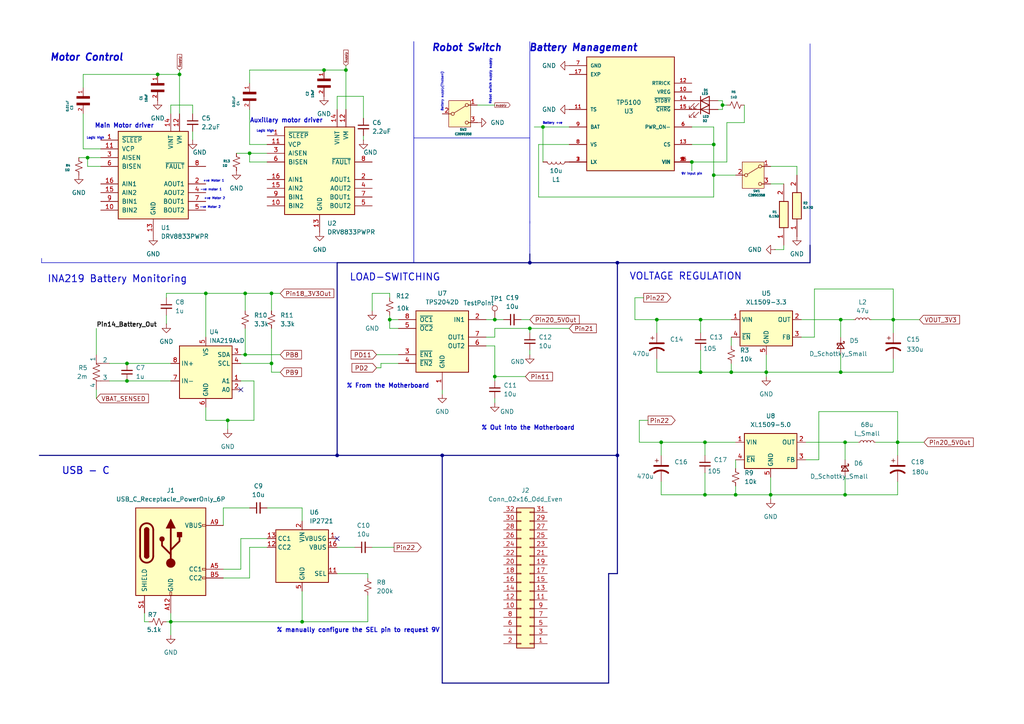
<source format=kicad_sch>
(kicad_sch (version 20250114) (generator "eeschema") (generator_version "9.0")
  (paper "A4")
  (title_block (title "Power Subsystem Board") (date "2025-03-24") (company "UCT") (comment 3 "Batsirai Rwatirera") (comment 4 "Thobani Blose"))
  (lib_symbols
    (symbol "0603B103K500NT:0603B103K500NT" (pin_names (offset 1.016))
      (property "Reference" "C" (at 0 3.8109 0))
      (property "Value" "0603B103K500NT" (at 0 -5.0885 0))
      (symbol "0603B103K500NT_0_0"
        (pin passive line (at -2.54 0 0) (length 2.54) (name "~") (number "1"))
        (pin passive line (at 5.08 0 180) (length 2.54) (name "~") (number "2"))
      )
    )
    (symbol "0603WAF1001T5E:0603WAF1001T5E" (pin_names (hide yes))
      (property "Reference" "R" (at 13.97 6.35 0))
      (property "Value" "0603WAF1001T5E" (at 13.97 3.81 0))
      (symbol "0603WAF1001T5E_1_1"
        (pin passive line (at 0 0 0) (length 5.08) (name "1") (number "1"))
        (pin passive line (at 17.78 0 180) (length 5.08) (name "2") (number "2"))
      )
    )
    (symbol "CL21A106KAYNNNE:CL21A106KAYNNNE" (pin_names (offset 1.016))
      (property "Reference" "C" (at 0 3.8109 0))
      (property "Value" "CL21A106KAYNNNE" (at 0 -5.0885 0))
      (symbol "CL21A106KAYNNNE_0_0"
        (pin passive line (at -2.54 0 0) (length 2.54) (name "~") (number "1"))
        (pin passive line (at 5.08 0 180) (length 2.54) (name "~") (number "2"))
      )
    )
    (symbol "Connector:TestPoint" (pin_numbers (hide yes)) (pin_names (offset 0.762) (hide yes))
      (property "Reference" "TP" (at 0 6.858 0))
      (property "Value" "TestPoint" (at 0 5.08 0))
      (symbol "TestPoint_1_1"
        (pin passive line (at 0 0 90) (length 2.54) (name "1") (number "1"))
      )
    )
    (symbol "Connector:USB_C_Receptacle_PowerOnly_6P" (pin_names (offset 1.016))
      (property "Reference" "J" (at 0 16.51 0))
      (property "Value" "USB_C_Receptacle_PowerOnly_6P" (at 0 13.97 0))
      (symbol "USB_C_Receptacle_PowerOnly_6P_1_1"
        (pin passive line (at -7.62 -17.78 90) (length 5.08) (name "SHIELD") (number "S1"))
        (pin passive line (at 0 -17.78 90) (length 5.08) (name "GND") (number "A12"))
        (pin passive line (at 0 -17.78 90) (length 5.08) (hide yes) (name "GND") (number "B12"))
        (pin passive line (at 15.24 7.62 180) (length 5.08) (name "VBUS") (number "A9"))
        (pin passive line (at 15.24 7.62 180) (length 5.08) (hide yes) (name "VBUS") (number "B9"))
        (pin bidirectional line (at 15.24 -5.08 180) (length 5.08) (name "CC1") (number "A5"))
        (pin bidirectional line (at 15.24 -7.62 180) (length 5.08) (name "CC2") (number "B5"))
      )
    )
    (symbol "Connector_Generic:Conn_02x16_Odd_Even" (pin_names (offset 1.016) (hide yes))
      (property "Reference" "J" (at 1.27 20.32 0))
      (property "Value" "Conn_02x16_Odd_Even" (at 1.27 -22.86 0))
      (symbol "Conn_02x16_Odd_Even_1_1"
        (pin passive line (at -5.08 17.78 0) (length 3.81) (name "Pin_1") (number "1"))
        (pin passive line (at -5.08 15.24 0) (length 3.81) (name "Pin_3") (number "3"))
        (pin passive line (at -5.08 12.7 0) (length 3.81) (name "Pin_5") (number "5"))
        (pin passive line (at -5.08 10.16 0) (length 3.81) (name "Pin_7") (number "7"))
        (pin passive line (at -5.08 7.62 0) (length 3.81) (name "Pin_9") (number "9"))
        (pin passive line (at -5.08 5.08 0) (length 3.81) (name "Pin_11") (number "11"))
        (pin passive line (at -5.08 2.54 0) (length 3.81) (name "Pin_13") (number "13"))
        (pin passive line (at -5.08 0 0) (length 3.81) (name "Pin_15") (number "15"))
        (pin passive line (at -5.08 -2.54 0) (length 3.81) (name "Pin_17") (number "17"))
        (pin passive line (at -5.08 -5.08 0) (length 3.81) (name "Pin_19") (number "19"))
        (pin passive line (at -5.08 -7.62 0) (length 3.81) (name "Pin_21") (number "21"))
        (pin passive line (at -5.08 -10.16 0) (length 3.81) (name "Pin_23") (number "23"))
        (pin passive line (at -5.08 -12.7 0) (length 3.81) (name "Pin_25") (number "25"))
        (pin passive line (at -5.08 -15.24 0) (length 3.81) (name "Pin_27") (number "27"))
        (pin passive line (at -5.08 -17.78 0) (length 3.81) (name "Pin_29") (number "29"))
        (pin passive line (at -5.08 -20.32 0) (length 3.81) (name "Pin_31") (number "31"))
        (pin passive line (at 7.62 17.78 180) (length 3.81) (name "Pin_2") (number "2"))
        (pin passive line (at 7.62 15.24 180) (length 3.81) (name "Pin_4") (number "4"))
        (pin passive line (at 7.62 12.7 180) (length 3.81) (name "Pin_6") (number "6"))
        (pin passive line (at 7.62 10.16 180) (length 3.81) (name "Pin_8") (number "8"))
        (pin passive line (at 7.62 7.62 180) (length 3.81) (name "Pin_10") (number "10"))
        (pin passive line (at 7.62 5.08 180) (length 3.81) (name "Pin_12") (number "12"))
        (pin passive line (at 7.62 2.54 180) (length 3.81) (name "Pin_14") (number "14"))
        (pin passive line (at 7.62 0 180) (length 3.81) (name "Pin_16") (number "16"))
        (pin passive line (at 7.62 -2.54 180) (length 3.81) (name "Pin_18") (number "18"))
        (pin passive line (at 7.62 -5.08 180) (length 3.81) (name "Pin_20") (number "20"))
        (pin passive line (at 7.62 -7.62 180) (length 3.81) (name "Pin_22") (number "22"))
        (pin passive line (at 7.62 -10.16 180) (length 3.81) (name "Pin_24") (number "24"))
        (pin passive line (at 7.62 -12.7 180) (length 3.81) (name "Pin_26") (number "26"))
        (pin passive line (at 7.62 -15.24 180) (length 3.81) (name "Pin_28") (number "28"))
        (pin passive line (at 7.62 -17.78 180) (length 3.81) (name "Pin_30") (number "30"))
        (pin passive line (at 7.62 -20.32 180) (length 3.81) (name "Pin_32") (number "32"))
      )
    )
    (symbol "Device:C_Polarized_US" (pin_numbers (hide yes)) (pin_names (offset 0.254) (hide yes))
      (property "Reference" "C" (at 0.635 2.54 0))
      (property "Value" "C_Polarized_US" (at 0.635 -2.54 0))
      (symbol "C_Polarized_US_1_1"
        (pin passive line (at 0 3.81 270) (length 2.794) (name "~") (number "1"))
        (pin passive line (at 0 -3.81 90) (length 3.302) (name "~") (number "2"))
      )
    )
    (symbol "Device:C_Small" (pin_numbers (hide yes)) (pin_names (offset 0.254) (hide yes))
      (property "Reference" "C" (at 0.254 1.778 0))
      (property "Value" "C_Small" (at 0.254 -2.032 0))
      (symbol "C_Small_1_1"
        (pin passive line (at 0 2.54 270) (length 2.032) (name "~") (number "1"))
        (pin passive line (at 0 -2.54 90) (length 2.032) (name "~") (number "2"))
      )
    )
    (symbol "Device:D_Schottky_Small" (pin_numbers (hide yes)) (pin_names (offset 0.254) (hide yes))
      (property "Reference" "D" (at -1.27 2.032 0))
      (property "Value" "D_Schottky_Small" (at -7.112 -2.032 0))
      (symbol "D_Schottky_Small_1_1"
        (pin passive line (at -2.54 0 0) (length 1.778) (name "K") (number "1"))
        (pin passive line (at 2.54 0 180) (length 1.778) (name "A") (number "2"))
      )
    )
    (symbol "Device:L" (pin_numbers (hide yes)) (pin_names (offset 1.016) (hide yes))
      (property "Reference" "L" (at -1.27 0 90))
      (property "Value" "L" (at 1.905 0 90))
      (symbol "L_1_1"
        (pin passive line (at 0 3.81 270) (length 1.27) (name "1") (number "1"))
        (pin passive line (at 0 -3.81 90) (length 1.27) (name "2") (number "2"))
      )
    )
    (symbol "Device:LED" (pin_numbers (hide yes)) (pin_names (offset 1.016) (hide yes))
      (property "Reference" "D" (at 0 2.54 0))
      (property "Value" "LED" (at 0 -2.54 0))
      (symbol "LED_1_1"
        (pin passive line (at -3.81 0 0) (length 2.54) (name "K") (number "1"))
        (pin passive line (at 3.81 0 180) (length 2.54) (name "A") (number "2"))
      )
    )
    (symbol "Device:L_Small" (pin_numbers (hide yes)) (pin_names (offset 0.254) (hide yes))
      (property "Reference" "L" (at 0.762 1.016 0))
      (property "Value" "L_Small" (at 0.762 -1.016 0))
      (symbol "L_Small_1_1"
        (pin passive line (at 0 2.54 270) (length 0.508) (name "~") (number "1"))
        (pin passive line (at 0 -2.54 90) (length 0.508) (name "~") (number "2"))
      )
    )
    (symbol "Device:R_Shunt_US" (pin_numbers (hide yes)) (pin_names (offset 0))
      (property "Reference" "R" (at -5.08 0 90))
      (property "Value" "R_Shunt_US" (at -3.048 0 90))
      (symbol "R_Shunt_US_1_1"
        (pin passive line (at 0 5.08 270) (length 2.54) (name "1") (number "1"))
        (pin passive line (at 0 -5.08 90) (length 2.54) (name "4") (number "4"))
        (pin passive line (at 3.81 2.54 180) (length 2.54) (name "2") (number "2"))
        (pin passive line (at 3.81 -2.54 180) (length 2.54) (name "3") (number "3"))
      )
    )
    (symbol "Device:R_Small_US" (pin_numbers (hide yes)) (pin_names (offset 0.254) (hide yes))
      (property "Reference" "R" (at 0.762 0.508 0))
      (property "Value" "R_Small_US" (at 0.762 -1.016 0))
      (symbol "R_Small_US_1_1"
        (pin passive line (at 0 2.54 270) (length 1.016) (name "~") (number "1"))
        (pin passive line (at 0 -2.54 90) (length 1.016) (name "~") (number "2"))
      )
    )
    (symbol "Driver_Motor:DRV8833PWP" (pin_names (offset 1.016))
      (property "Reference" "U" (at -3.81 16.51 0))
      (property "Value" "DRV8833PWP" (at -3.81 13.97 0))
      (symbol "DRV8833PWP_1_1"
        (pin input line (at -15.24 10.16 0) (length 5.08) (name "~{SLEEP}") (number "1"))
        (pin bidirectional line (at -15.24 7.62 0) (length 5.08) (name "VCP") (number "11"))
        (pin bidirectional line (at -15.24 5.08 0) (length 5.08) (name "AISEN") (number "3"))
        (pin bidirectional line (at -15.24 2.54 0) (length 5.08) (name "BISEN") (number "6"))
        (pin input line (at -15.24 -2.54 0) (length 5.08) (name "AIN1") (number "16"))
        (pin input line (at -15.24 -5.08 0) (length 5.08) (name "AIN2") (number "15"))
        (pin input line (at -15.24 -7.62 0) (length 5.08) (name "BIN1") (number "9"))
        (pin input line (at -15.24 -10.16 0) (length 5.08) (name "BIN2") (number "10"))
        (pin power_in line (at 0 -17.78 90) (length 5.08) (name "GND") (number "13"))
        (pin passive line (at 0 -17.78 90) (length 5.08) (hide yes) (name "GND") (number "17"))
        (pin power_in line (at 5.08 17.78 270) (length 5.08) (name "VINT") (number "14"))
        (pin power_in line (at 7.62 17.78 270) (length 5.08) (name "VM") (number "12"))
        (pin open_collector line (at 15.24 2.54 180) (length 5.08) (name "~{FAULT}") (number "8"))
        (pin power_out line (at 15.24 -2.54 180) (length 5.08) (name "AOUT1") (number "2"))
        (pin power_out line (at 15.24 -5.08 180) (length 5.08) (name "AOUT2") (number "4"))
        (pin power_out line (at 15.24 -7.62 180) (length 5.08) (name "BOUT1") (number "7"))
        (pin power_out line (at 15.24 -10.16 180) (length 5.08) (name "BOUT2") (number "5"))
      )
    )
    (symbol "Interface_USB:IP2721"
      (property "Reference" "U" (at 5.08 -10.16 0))
      (property "Value" "IP2721" (at 7.62 -12.7 0))
      (symbol "IP2721_1_1"
        (pin bidirectional line (at -10.16 5.08 0) (length 2.54) (name "CC1") (number "13"))
        (pin bidirectional line (at -10.16 2.54 0) (length 2.54) (name "CC2") (number "12"))
        (pin no_connect line (at -7.62 -2.54 0) (length 2.54) (hide yes) (name "NC") (number "4"))
        (pin no_connect line (at -5.08 7.62 270) (length 2.54) (hide yes) (name "NC") (number "3"))
        (pin no_connect line (at -5.08 -7.62 90) (length 2.54) (hide yes) (name "NC") (number "9"))
        (pin no_connect line (at -2.54 7.62 270) (length 2.54) (hide yes) (name "NC") (number "6"))
        (pin no_connect line (at -2.54 -7.62 90) (length 2.54) (hide yes) (name "NC") (number "10"))
        (pin power_in line (at 0 10.16 270) (length 2.54) (name "VIN") (number "2"))
        (pin power_in line (at 0 -10.16 90) (length 2.54) (name "GND") (number "5"))
        (pin no_connect line (at 2.54 7.62 270) (length 2.54) (hide yes) (name "NC") (number "7"))
        (pin no_connect line (at 2.54 -7.62 90) (length 2.54) (hide yes) (name "NC") (number "14"))
        (pin no_connect line (at 5.08 7.62 270) (length 2.54) (hide yes) (name "NC") (number "8"))
        (pin no_connect line (at 5.08 -7.62 90) (length 2.54) (hide yes) (name "NC") (number "15"))
        (pin output line (at 10.16 5.08 180) (length 2.54) (name "VBUSG") (number "1"))
        (pin input line (at 10.16 2.54 180) (length 2.54) (name "VBUS") (number "16"))
        (pin input line (at 10.16 -5.08 180) (length 2.54) (name "SEL") (number "11"))
      )
    )
    (symbol "Power_Management:TPS2042D" (pin_names (offset 1.016))
      (property "Reference" "U" (at 0 10.795 0))
      (property "Value" "TPS2042D" (at 0 8.89 0))
      (symbol "TPS2042D_1_1"
        (pin open_collector line (at -12.7 5.08 0) (length 5.08) (name "~{OC1}") (number "8"))
        (pin open_collector line (at -12.7 2.54 0) (length 5.08) (name "~{OC2}") (number "5"))
        (pin input line (at -12.7 -5.08 0) (length 5.08) (name "~{EN1}") (number "3"))
        (pin input line (at -12.7 -7.62 0) (length 5.08) (name "~{EN2}") (number "4"))
        (pin power_in line (at 0 -15.24 90) (length 5.08) (name "GND") (number "1"))
        (pin power_in line (at 12.7 5.08 180) (length 5.08) (name "IN1") (number "2"))
        (pin power_out line (at 12.7 0 180) (length 5.08) (name "OUT1") (number "7"))
        (pin power_out line (at 12.7 -2.54 180) (length 5.08) (name "OUT2") (number "6"))
      )
    )
    (symbol "Regulator_Switching:XL1509-3.3"
      (property "Reference" "U" (at -7.112 6.096 0))
      (property "Value" "XL1509-3.3" (at 5.842 6.096 0))
      (symbol "XL1509-3.3_1_1"
        (pin power_in line (at -10.16 2.54 0) (length 2.54) (name "VIN") (number "1"))
        (pin input line (at -10.16 -2.54 0) (length 2.54) (name "~{EN}") (number "4"))
        (pin power_in line (at 0 -7.62 90) (length 2.54) (name "GND") (number "5"))
        (pin passive line (at 0 -7.62 90) (length 2.54) (hide yes) (name "GND") (number "6"))
        (pin passive line (at 0 -7.62 90) (length 2.54) (hide yes) (name "GND") (number "7"))
        (pin passive line (at 0 -7.62 90) (length 2.54) (hide yes) (name "GND") (number "8"))
        (pin power_out line (at 10.16 2.54 180) (length 2.54) (name "OUT") (number "2"))
        (pin input line (at 10.16 -2.54 180) (length 2.54) (name "FB") (number "3"))
      )
    )
    (symbol "Regulator_Switching:XL1509-5.0"
      (property "Reference" "U" (at -7.112 6.096 0))
      (property "Value" "XL1509-5.0" (at 5.842 6.096 0))
      (symbol "XL1509-5.0_1_1"
        (pin power_in line (at -10.16 2.54 0) (length 2.54) (name "VIN") (number "1"))
        (pin input line (at -10.16 -2.54 0) (length 2.54) (name "~{EN}") (number "4"))
        (pin power_in line (at 0 -7.62 90) (length 2.54) (name "GND") (number "5"))
        (pin passive line (at 0 -7.62 90) (length 2.54) (hide yes) (name "GND") (number "6"))
        (pin passive line (at 0 -7.62 90) (length 2.54) (hide yes) (name "GND") (number "7"))
        (pin passive line (at 0 -7.62 90) (length 2.54) (hide yes) (name "GND") (number "8"))
        (pin power_out line (at 10.16 2.54 180) (length 2.54) (name "OUT") (number "2"))
        (pin input line (at 10.16 -2.54 180) (length 2.54) (name "FB") (number "3"))
      )
    )
    (symbol "Sensor_Energy:INA219AxD"
      (property "Reference" "U" (at -6.35 8.89 0))
      (property "Value" "INA219AxD" (at 5.08 8.89 0))
      (symbol "INA219AxD_1_1"
        (pin input line (at -10.16 2.54 0) (length 2.54) (name "IN+") (number "8"))
        (pin input line (at -10.16 -2.54 0) (length 2.54) (name "IN-") (number "7"))
        (pin power_in line (at 0 10.16 270) (length 2.54) (name "VS") (number "5"))
        (pin power_in line (at 0 -10.16 90) (length 2.54) (name "GND") (number "6"))
        (pin bidirectional line (at 10.16 5.08 180) (length 2.54) (name "SDA") (number "3"))
        (pin input line (at 10.16 2.54 180) (length 2.54) (name "SCL") (number "4"))
        (pin input line (at 10.16 -2.54 180) (length 2.54) (name "A1") (number "1"))
        (pin input line (at 10.16 -5.08 180) (length 2.54) (name "A0") (number "2"))
      )
    )
    (symbol "Switch:SW_SPDT" (pin_names (offset 0) (hide yes))
      (property "Reference" "SW" (at 0 5.08 0))
      (property "Value" "SW_SPDT" (at 0 -5.08 0))
      (symbol "SW_SPDT_1_1"
        (pin passive line (at -5.08 0 0) (length 2.54) (name "B") (number "2"))
        (pin passive line (at 5.08 2.54 180) (length 2.54) (name "A") (number "1"))
        (pin passive line (at 5.08 -2.54 180) (length 2.54) (name "C") (number "3"))
      )
    )
    (symbol "TP5100:TP5100" (pin_names (offset 1.016))
      (property "Reference" "U" (at -12.7 15.748 0))
      (property "Value" "TP5100" (at -12.7 -20.32 0))
      (symbol "TP5100_0_0"
        (pin input line (at -17.78 12.7 0) (length 5.08) (name "VIN") (number "1"))
        (pin input line (at -17.78 12.7 0) (length 5.08) (name "VIN") (number "16"))
        (pin input line (at -17.78 12.7 0) (length 5.08) (name "VIN") (number "4"))
        (pin input line (at -17.78 12.7 0) (length 5.08) (name "VIN") (number "5"))
        (pin input line (at -17.78 7.62 0) (length 5.08) (name "CS") (number "13"))
        (pin input line (at -17.78 2.54 0) (length 5.08) (name "PWR_ON-") (number "6"))
        (pin output line (at -17.78 -2.54 0) (length 5.08) (name "~{CHRG}") (number "15"))
        (pin output line (at -17.78 -5.08 0) (length 5.08) (name "~{STDBY}") (number "14"))
        (pin passive line (at -17.78 -7.62 0) (length 5.08) (name "VREG") (number "10"))
        (pin passive line (at -17.78 -10.16 0) (length 5.08) (name "RTRICK") (number "12"))
        (pin output line (at 17.78 12.7 180) (length 5.08) (name "LX") (number "2"))
        (pin output line (at 17.78 12.7 180) (length 5.08) (name "LX") (number "3"))
        (pin output line (at 17.78 7.62 180) (length 5.08) (name "VS") (number "8"))
        (pin output line (at 17.78 2.54 180) (length 5.08) (name "BAT") (number "9"))
        (pin passive line (at 17.78 -2.54 180) (length 5.08) (name "TS") (number "11"))
        (pin passive line (at 17.78 -12.7 180) (length 5.08) (name "EXP") (number "17"))
        (pin power_in line (at 17.78 -15.24 180) (length 5.08) (name "GND") (number "7"))
      )
    )
    (symbol "power:GND" (power) (pin_numbers (hide yes)) (pin_names (offset 0) (hide yes))
      (property "Value" "GND" (at 0 -3.81 0))
      (symbol "GND_1_1"
        (pin power_in line (at 0 0 270) (length 0) (name "~") (number "1"))
      )
    )
  )
  (text "Main Motor driver" (at 36.068 36.576 0) (effects (font (size 1.27 1.27) (thickness 0.254) (bold yes))))
  (text "% manually configure the SEL pin to request 9V" (at 103.886 182.88 0) (effects (font (size 1.27 1.27) (thickness 0.254) (bold yes))))
  (text "Logic high" (at 76.962 38.1 0) (effects (font (size 0.635 0.635))))
  (text "-ve motor 1\n" (at 61.214 55.118 0) (effects (font (size 0.635 0.635))))
  (text "LOAD-SWITCHING" (at 114.554 80.518 0) (effects (font (size 2.032 2.032) (thickness 0.254) (bold yes))))
  (text "% Out into the Motherboard" (at 153.162 124.206 0) (effects (font (size 1.27 1.27) (thickness 0.254) (bold yes))))
  (text "Battery supply(Thobani)\n" (at 128.27 26.67 90) (effects (font (size 0.635 0.635) (bold yes) (italic yes))))
  (text "9V input pin" (at 200.66 50.546 0) (effects (font (size 0.635 0.635))))
  (text "VOLTAGE REGULATION" (at 198.882 80.264 0) (effects (font (size 2.032 2.032) (thickness 0.254) (bold yes))))
  (text "Battery Management\n" (at 169.164 13.97 0) (effects (font (size 2.032 2.032) (bold yes) (italic yes))))
  (text "Robot switch supply supply\n" (at 142.24 23.622 90) (effects (font (size 0.635 0.635))))
  (text "Robot Switch" (at 135.382 13.97 0) (effects (font (size 2.032 2.032) (thickness 0.4064) (bold yes) (italic yes))))
  (text "USB - C" (at 24.892 136.652 0) (effects (font (size 2.032 2.032) (thickness 0.2794) (bold yes))))
  (text "Battery +ve" (at 160.274 35.814 0) (effects (font (size 0.635 0.635))))
  (text "INA219 Battery Monitoring" (at 34.036 81.026 0) (effects (font (size 2.032 2.032) (thickness 0.254) (bold yes))))
  (text "-ve Motor 2\n" (at 60.96 60.198 0) (effects (font (size 0.635 0.635))))
  (text "% From the Motherboard" (at 112.522 112.014 0) (effects (font (size 1.27 1.27) (thickness 0.254) (bold yes))))
  (text "Logic high" (at 27.686 40.132 0) (effects (font (size 0.635 0.635))))
  (text "+ve Motor 2" (at 62.23 57.658 0) (effects (font (size 0.635 0.635))))
  (text "Motor Control" (at 25.146 16.764 0) (effects (font (size 2.032 2.032) (thickness 0.4064) (bold yes) (italic yes))))
  (text "Auxillary motor driver" (at 83.058 35.052 0) (effects (font (size 1.27 1.27) (thickness 0.254) (bold yes))))
  (text "+ve Motor 1\n" (at 61.976 52.578 0) (effects (font (size 0.635 0.635))))
  (junction (at 212.09 107.95))
  (junction (at 223.52 143.51))
  (junction (at 222.25 107.95))
  (junction (at 128.27 132.08))
  (junction (at 52.07 21.59))
  (junction (at 245.11 143.51))
  (junction (at 245.11 128.27))
  (junction (at 97.79 132.08))
  (junction (at 78.74 85.09))
  (junction (at 93.98 20.32))
  (junction (at 260.35 128.27))
  (junction (at 45.72 21.59))
  (junction (at 179.07 76.2))
  (junction (at 113.03 92.71))
  (junction (at 209.55 30.48))
  (junction (at 71.12 85.09))
  (junction (at 143.51 92.71))
  (junction (at 78.74 105.41))
  (junction (at 213.36 143.51))
  (junction (at 153.67 95.25))
  (junction (at 204.47 128.27))
  (junction (at 87.63 180.34))
  (junction (at 36.83 110.49))
  (junction (at 71.12 102.87))
  (junction (at 191.77 128.27))
  (junction (at 143.51 109.22))
  (junction (at 72.39 44.45))
  (junction (at 243.84 107.95))
  (junction (at 59.69 85.09))
  (junction (at 179.07 132.08))
  (junction (at 207.01 50.8))
  (junction (at 203.2 107.95))
  (junction (at 49.53 180.34))
  (junction (at 36.83 105.41))
  (junction (at 157.48 36.83))
  (junction (at 66.04 121.92))
  (junction (at 25.4 45.72))
  (junction (at 153.67 76.2))
  (junction (at 207.01 41.91))
  (junction (at 200.66 46.99))
  (junction (at 259.08 92.71))
  (junction (at 243.84 92.71))
  (junction (at 203.2 92.71))
  (junction (at 100.33 20.32))
  (junction (at 204.47 143.51))
  (junction (at 190.5 92.71))
  (no_connect (at 69.85 113.03))
  (no_connect (at 97.79 156.21))
  (wire (pts (xy 233.68 128.27) (xy 245.11 128.27)))
  (wire (pts (xy 55.88 30.48) (xy 55.88 33.02)))
  (wire (pts (xy 203.2 107.95) (xy 212.09 107.95)))
  (wire (pts (xy 105.41 27.94) (xy 105.41 34.29)))
  (wire (pts (xy 24.13 21.59) (xy 24.13 25.4)))
  (bus (pts (xy 97.79 76.2) (xy 153.67 76.2)))
  (wire (pts (xy 115.57 95.25) (xy 113.03 95.25)))
  (wire (pts (xy 31.75 105.41) (xy 36.83 105.41)))
  (wire (pts (xy 143.51 110.49) (xy 143.51 109.22)))
  (wire (pts (xy 143.51 109.22) (xy 152.4 109.22)))
  (wire (pts (xy 27.94 113.03) (xy 27.94 115.57)))
  (bus (pts (xy 179.07 76.2) (xy 234.95 76.2)))
  (polyline (pts (xy 234.95 12.7) (xy 234.95 71.12)))
  (wire (pts (xy 72.39 31.75) (xy 72.39 41.91)))
  (polyline (pts (xy 120.015 40.005) (xy 120.015 39.37)))
  (wire (pts (xy 25.4 48.26) (xy 29.21 48.26)))
  (wire (pts (xy 223.52 48.26) (xy 231.14 48.26)))
  (wire (pts (xy 207.01 57.15) (xy 207.01 50.8)))
  (wire (pts (xy 72.39 20.32) (xy 72.39 24.13)))
  (wire (pts (xy 157.48 36.83) (xy 154.94 36.83)))
  (wire (pts (xy 213.36 128.27) (xy 204.47 128.27)))
  (wire (pts (xy 45.72 21.59) (xy 52.07 21.59)))
  (wire (pts (xy 71.12 85.09) (xy 78.74 85.09)))
  (wire (pts (xy 215.9 35.56) (xy 210.82 35.56)))
  (wire (pts (xy 203.2 101.6) (xy 203.2 107.95)))
  (wire (pts (xy 128.27 113.03) (xy 128.27 114.3)))
  (wire (pts (xy 78.74 95.25) (xy 78.74 105.41)))
  (wire (pts (xy 97.79 158.75) (xy 102.87 158.75)))
  (wire (pts (xy 41.91 180.34) (xy 43.18 180.34)))
  (wire (pts (xy 113.03 91.44) (xy 113.03 92.71)))
  (wire (pts (xy 68.58 44.45) (xy 72.39 44.45)))
  (wire (pts (xy 113.03 95.25) (xy 113.03 92.71)))
  (wire (pts (xy 110.49 105.41) (xy 115.57 105.41)))
  (polyline (pts (xy 120.015 76.2) (xy 12.065 76.2)))
  (wire (pts (xy 73.66 121.92) (xy 73.66 110.49)))
  (wire (pts (xy 260.35 128.27) (xy 267.97 128.27)))
  (wire (pts (xy 87.63 171.45) (xy 87.63 180.34)))
  (wire (pts (xy 93.98 20.32) (xy 100.33 20.32)))
  (wire (pts (xy 72.39 147.32) (xy 64.77 147.32)))
  (wire (pts (xy 260.35 128.27) (xy 260.35 132.08)))
  (wire (pts (xy 190.5 104.14) (xy 190.5 107.95)))
  (bus (pts (xy 179.07 166.37) (xy 176.53 166.37)))
  (wire (pts (xy 106.68 167.64) (xy 106.68 166.37)))
  (wire (pts (xy 29.21 45.72) (xy 25.4 45.72)))
  (wire (pts (xy 243.84 107.95) (xy 222.25 107.95)))
  (wire (pts (xy 71.12 85.09) (xy 71.12 90.17)))
  (wire (pts (xy 190.5 92.71) (xy 190.5 96.52)))
  (wire (pts (xy 260.35 139.7) (xy 260.35 143.51)))
  (wire (pts (xy 48.26 91.44) (xy 48.26 93.98)))
  (wire (pts (xy 207.01 50.8) (xy 213.36 50.8)))
  (wire (pts (xy 66.04 121.92) (xy 73.66 121.92)))
  (bus (pts (xy 97.79 132.08) (xy 128.27 132.08)))
  (wire (pts (xy 69.85 110.49) (xy 73.66 110.49)))
  (wire (pts (xy 236.22 97.79) (xy 236.22 83.82)))
  (polyline (pts (xy 153.67 64.135) (xy 153.67 71.12)))
  (wire (pts (xy 259.08 107.95) (xy 243.84 107.95)))
  (wire (pts (xy 209.55 30.48) (xy 209.55 31.75)))
  (wire (pts (xy 223.52 138.43) (xy 223.52 143.51)))
  (wire (pts (xy 245.11 138.43) (xy 245.11 143.51)))
  (wire (pts (xy 36.83 105.41) (xy 49.53 105.41)))
  (wire (pts (xy 207.01 36.83) (xy 207.01 41.91)))
  (wire (pts (xy 71.12 85.09) (xy 59.69 85.09)))
  (wire (pts (xy 113.03 85.09) (xy 107.95 85.09)))
  (wire (pts (xy 237.49 133.35) (xy 237.49 119.38)))
  (polyline (pts (xy 120.015 12.065) (xy 120.015 76.2)))
  (wire (pts (xy 143.51 97.79) (xy 143.51 95.25)))
  (wire (pts (xy 203.2 92.71) (xy 203.2 96.52)))
  (wire (pts (xy 153.67 96.52) (xy 153.67 95.25)))
  (wire (pts (xy 212.09 97.79) (xy 212.09 100.33)))
  (wire (pts (xy 72.39 46.99) (xy 77.47 46.99)))
  (bus (pts (xy 11.43 132.08) (xy 97.79 132.08)))
  (wire (pts (xy 24.13 43.18) (xy 29.21 43.18)))
  (wire (pts (xy 52.07 20.32) (xy 52.07 21.59)))
  (wire (pts (xy 69.85 102.87) (xy 71.12 102.87)))
  (wire (pts (xy 208.28 31.75) (xy 209.55 31.75)))
  (bus (pts (xy 128.27 132.08) (xy 179.07 132.08)))
  (wire (pts (xy 204.47 137.16) (xy 204.47 143.51)))
  (wire (pts (xy 143.51 115.57) (xy 143.51 116.84)))
  (wire (pts (xy 208.28 29.21) (xy 209.55 29.21)))
  (wire (pts (xy 212.09 107.95) (xy 222.25 107.95)))
  (wire (pts (xy 191.77 128.27) (xy 191.77 132.08)))
  (wire (pts (xy 236.22 83.82) (xy 259.08 83.82)))
  (wire (pts (xy 140.97 97.79) (xy 143.51 97.79)))
  (polyline (pts (xy 153.67 12.065) (xy 153.67 40.005)))
  (wire (pts (xy 151.13 92.71) (xy 153.67 92.71)))
  (wire (pts (xy 31.75 110.49) (xy 36.83 110.49)))
  (wire (pts (xy 64.77 167.64) (xy 72.39 167.64)))
  (wire (pts (xy 48.26 85.09) (xy 59.69 85.09)))
  (wire (pts (xy 204.47 128.27) (xy 204.47 132.08)))
  (wire (pts (xy 97.79 27.94) (xy 97.79 31.75)))
  (wire (pts (xy 233.68 133.35) (xy 237.49 133.35)))
  (polyline (pts (xy 153.67 74.295) (xy 153.67 71.12)))
  (wire (pts (xy 237.49 119.38) (xy 260.35 119.38)))
  (wire (pts (xy 153.67 95.25) (xy 143.51 95.25)))
  (wire (pts (xy 48.26 180.34) (xy 49.53 180.34)))
  (wire (pts (xy 24.13 21.59) (xy 45.72 21.59)))
  (wire (pts (xy 184.15 86.36) (xy 186.69 86.36)))
  (wire (pts (xy 78.74 107.95) (xy 81.28 107.95)))
  (wire (pts (xy 223.52 143.51) (xy 223.52 144.78)))
  (bus (pts (xy 97.79 76.2) (xy 97.79 132.08)))
  (wire (pts (xy 207.01 50.8) (xy 207.01 41.91)))
  (wire (pts (xy 165.1 41.91) (xy 156.21 41.91)))
  (polyline (pts (xy 120.015 12.065) (xy 120.015 76.2)))
  (wire (pts (xy 49.53 177.8) (xy 49.53 180.34)))
  (wire (pts (xy 204.47 143.51) (xy 213.36 143.51)))
  (wire (pts (xy 210.82 35.56) (xy 210.82 46.99)))
  (wire (pts (xy 260.35 143.51) (xy 245.11 143.51)))
  (wire (pts (xy 156.21 41.91) (xy 156.21 57.15)))
  (wire (pts (xy 213.36 143.51) (xy 223.52 143.51)))
  (wire (pts (xy 252.73 92.71) (xy 259.08 92.71)))
  (wire (pts (xy 259.08 92.71) (xy 259.08 96.52)))
  (wire (pts (xy 69.85 105.41) (xy 78.74 105.41)))
  (wire (pts (xy 259.08 83.82) (xy 259.08 92.71)))
  (wire (pts (xy 64.77 147.32) (xy 64.77 152.4)))
  (wire (pts (xy 140.97 100.33) (xy 143.51 100.33)))
  (wire (pts (xy 25.4 45.72) (xy 25.4 48.26)))
  (wire (pts (xy 107.95 158.75) (xy 114.3 158.75)))
  (bus (pts (xy 153.67 73.66) (xy 153.67 76.2)))
  (wire (pts (xy 64.77 165.1) (xy 69.85 165.1)))
  (wire (pts (xy 69.85 156.21) (xy 77.47 156.21)))
  (bus (pts (xy 176.53 166.37) (xy 176.53 198.12)))
  (wire (pts (xy 100.33 20.32) (xy 100.33 31.75)))
  (wire (pts (xy 72.39 158.75) (xy 77.47 158.75)))
  (bus (pts (xy 128.27 132.08) (xy 128.27 198.12)))
  (wire (pts (xy 109.22 106.68) (xy 110.49 106.68)))
  (wire (pts (xy 72.39 44.45) (xy 77.47 44.45)))
  (wire (pts (xy 78.74 85.09) (xy 81.28 85.09)))
  (wire (pts (xy 223.52 53.34) (xy 227.33 53.34)))
  (wire (pts (xy 231.14 48.26) (xy 231.14 50.8)))
  (wire (pts (xy 72.39 167.64) (xy 72.39 158.75)))
  (wire (pts (xy 113.03 86.36) (xy 113.03 85.09)))
  (wire (pts (xy 259.08 92.71) (xy 266.7 92.71)))
  (wire (pts (xy 69.85 165.1) (xy 69.85 156.21)))
  (wire (pts (xy 254 128.27) (xy 260.35 128.27)))
  (wire (pts (xy 185.42 121.92) (xy 187.96 121.92)))
  (wire (pts (xy 157.48 46.99) (xy 157.48 36.83)))
  (wire (pts (xy 72.39 41.91) (xy 77.47 41.91)))
  (wire (pts (xy 66.04 121.92) (xy 66.04 124.46)))
  (wire (pts (xy 24.13 33.02) (xy 24.13 43.18)))
  (wire (pts (xy 71.12 95.25) (xy 71.12 102.87)))
  (wire (pts (xy 100.33 19.05) (xy 100.33 20.32)))
  (wire (pts (xy 55.88 38.1) (xy 55.88 40.64)))
  (wire (pts (xy 157.48 36.83) (xy 165.1 36.83)))
  (wire (pts (xy 87.63 147.32) (xy 77.47 147.32)))
  (wire (pts (xy 224.79 72.39) (xy 227.33 72.39)))
  (wire (pts (xy 200.66 41.91) (xy 207.01 41.91)))
  (wire (pts (xy 153.67 95.25) (xy 165.1 95.25)))
  (wire (pts (xy 232.41 92.71) (xy 243.84 92.71)))
  (wire (pts (xy 209.55 29.21) (xy 209.55 30.48)))
  (wire (pts (xy 243.84 102.87) (xy 243.84 107.95)))
  (polyline (pts (xy 120.015 76.2) (xy 12.065 76.2)))
  (wire (pts (xy 71.12 102.87) (xy 81.28 102.87)))
  (wire (pts (xy 138.43 30.48) (xy 143.51 30.48)))
  (wire (pts (xy 203.2 92.71) (xy 190.5 92.71)))
  (wire (pts (xy 245.11 128.27) (xy 245.11 133.35)))
  (wire (pts (xy 190.5 107.95) (xy 203.2 107.95)))
  (wire (pts (xy 52.07 21.59) (xy 52.07 33.02)))
  (wire (pts (xy 27.94 95.25) (xy 27.94 102.87)))
  (wire (pts (xy 106.68 166.37) (xy 97.79 166.37)))
  (wire (pts (xy 49.53 180.34) (xy 49.53 184.15)))
  (wire (pts (xy 212.09 92.71) (xy 203.2 92.71)))
  (wire (pts (xy 143.51 100.33) (xy 143.51 109.22)))
  (wire (pts (xy 191.77 128.27) (xy 185.42 128.27)))
  (wire (pts (xy 209.55 30.48) (xy 210.82 30.48)))
  (wire (pts (xy 245.11 143.51) (xy 223.52 143.51)))
  (wire (pts (xy 200.66 46.99) (xy 210.82 46.99)))
  (wire (pts (xy 222.25 102.87) (xy 222.25 107.95)))
  (wire (pts (xy 36.83 110.49) (xy 49.53 110.49)))
  (wire (pts (xy 78.74 85.09) (xy 78.74 90.17)))
  (wire (pts (xy 222.25 107.95) (xy 222.25 109.22)))
  (bus (pts (xy 128.27 198.12) (xy 176.53 198.12)))
  (wire (pts (xy 78.74 105.41) (xy 78.74 107.95)))
  (wire (pts (xy 72.39 44.45) (xy 72.39 46.99)))
  (wire (pts (xy 200.66 46.99) (xy 200.66 49.53)))
  (wire (pts (xy 212.09 105.41) (xy 212.09 107.95)))
  (wire (pts (xy 243.84 92.71) (xy 243.84 97.79)))
  (wire (pts (xy 191.77 139.7) (xy 191.77 143.51)))
  (wire (pts (xy 106.68 172.72) (xy 106.68 180.34)))
  (wire (pts (xy 87.63 151.13) (xy 87.63 147.32)))
  (polyline (pts (xy 12.065 74.93) (xy 12.065 76.2)))
  (bus (pts (xy 179.07 132.08) (xy 179.07 166.37)))
  (wire (pts (xy 87.63 180.34) (xy 49.53 180.34)))
  (wire (pts (xy 213.36 133.35) (xy 213.36 135.89)))
  (wire (pts (xy 215.9 30.48) (xy 215.9 35.56)))
  (wire (pts (xy 49.53 30.48) (xy 55.88 30.48)))
  (wire (pts (xy 153.67 101.6) (xy 153.67 102.87)))
  (wire (pts (xy 41.91 177.8) (xy 41.91 180.34)))
  (wire (pts (xy 243.84 92.71) (xy 247.65 92.71)))
  (wire (pts (xy 105.41 27.94) (xy 97.79 27.94)))
  (wire (pts (xy 59.69 121.92) (xy 66.04 121.92)))
  (wire (pts (xy 72.39 20.32) (xy 93.98 20.32)))
  (polyline (pts (xy 234.95 71.12) (xy 234.95 74.295)))
  (wire (pts (xy 259.08 104.14) (xy 259.08 107.95)))
  (wire (pts (xy 106.68 180.34) (xy 87.63 180.34)))
  (polyline (pts (xy 153.67 40.005) (xy 120.015 40.005)))
  (wire (pts (xy 184.15 86.36) (xy 184.15 92.71)))
  (wire (pts (xy 107.95 85.09) (xy 107.95 90.17)))
  (wire (pts (xy 140.97 92.71) (xy 143.51 92.71)))
  (bus (pts (xy 234.95 71.12) (xy 234.95 76.2)))
  (bus (pts (xy 179.07 76.2) (xy 179.07 132.08)))
  (polyline (pts (xy 153.67 40.005) (xy 153.67 64.77)))
  (wire (pts (xy 109.22 102.87) (xy 115.57 102.87)))
  (wire (pts (xy 200.66 36.83) (xy 207.01 36.83)))
  (wire (pts (xy 190.5 92.71) (xy 184.15 92.71)))
  (wire (pts (xy 185.42 121.92) (xy 185.42 128.27)))
  (wire (pts (xy 105.41 39.37) (xy 105.41 40.64)))
  (wire (pts (xy 232.41 97.79) (xy 236.22 97.79)))
  (wire (pts (xy 59.69 97.79) (xy 59.69 85.09)))
  (wire (pts (xy 260.35 119.38) (xy 260.35 128.27)))
  (wire (pts (xy 146.05 92.71) (xy 143.51 92.71)))
  (wire (pts (xy 48.26 85.09) (xy 48.26 86.36)))
  (wire (pts (xy 156.21 57.15) (xy 207.01 57.15)))
  (wire (pts (xy 227.33 72.39) (xy 227.33 71.12)))
  (wire (pts (xy 113.03 92.71) (xy 115.57 92.71)))
  (wire (pts (xy 110.49 106.68) (xy 110.49 105.41)))
  (wire (pts (xy 213.36 140.97) (xy 213.36 143.51)))
  (wire (pts (xy 191.77 143.51) (xy 204.47 143.51)))
  (wire (pts (xy 22.86 45.72) (xy 25.4 45.72)))
  (wire (pts (xy 204.47 128.27) (xy 191.77 128.27)))
  (bus (pts (xy 153.67 76.2) (xy 179.07 76.2)))
  (wire (pts (xy 49.53 33.02) (xy 49.53 30.48)))
  (wire (pts (xy 245.11 128.27) (xy 248.92 128.27)))
  (wire (pts (xy 59.69 118.11) (xy 59.69 121.92)))
  (label "Pin14_Battery_Out" (at 27.94 95.25 0) (effects (font (thickness 0.254) (bold yes))))
  (global_label "Supply" (shape input) (at 100.33 19.05 90) (effects (font (size 0.635 0.635) (bold yes) (italic yes))) (property "Intersheetrefs" "${INTERSHEET_REFS}" (effects (hide yes))))
  (global_label "Pin22" (shape output) (at 114.3 158.75 0) (property "Intersheetrefs" "${INTERSHEET_REFS}" (effects (hide yes))))
  (global_label "Pin21" (shape input) (at 165.1 95.25 0) (effects (font (thickness 0.1588))) (property "Intersheetrefs" "${INTERSHEET_REFS}" (effects (hide yes))))
  (global_label "PD2 " (shape input) (at 109.22 106.68 180) (effects (font (thickness 0.1588))) (property "Intersheetrefs" "${INTERSHEET_REFS}" (effects (hide yes))))
  (global_label "Pin11" (shape input) (at 152.4 109.22 0) (effects (font (thickness 0.1588))) (property "Intersheetrefs" "${INTERSHEET_REFS}" (effects (hide yes))))
  (global_label "Pin22" (shape output) (at 186.69 86.36 0) (property "Intersheetrefs" "${INTERSHEET_REFS}" (effects (hide yes))))
  (global_label "PD11" (shape input) (at 109.22 102.87 180) (effects (font (thickness 0.1588))) (property "Intersheetrefs" "${INTERSHEET_REFS}" (effects (hide yes))))
  (global_label "PB8" (shape input) (at 81.28 102.87 0) (property "Intersheetrefs" "${INTERSHEET_REFS}" (effects (hide yes))))
  (global_label "Pin20_5VOut" (shape input) (at 153.67 92.71 0) (property "Intersheetrefs" "${INTERSHEET_REFS}" (effects (hide yes))))
  (global_label "VOUT_3V3" (shape input) (at 266.7 92.71 0) (property "Intersheetrefs" "${INTERSHEET_REFS}" (effects (hide yes))))
  (global_label "Pin18_3V3Out" (shape input) (at 81.28 85.09 0) (property "Intersheetrefs" "${INTERSHEET_REFS}" (effects (hide yes))))
  (global_label "PB9" (shape input) (at 81.28 107.95 0) (property "Intersheetrefs" "${INTERSHEET_REFS}" (effects (hide yes))))
  (global_label "VBAT_SENSED" (shape input) (at 27.94 115.57 0) (property "Intersheetrefs" "${INTERSHEET_REFS}" (effects (hide yes))))
  (global_label "supply" (shape output) (at 143.51 30.48 0) (effects (font (size 0.635 0.635) (bold yes) (italic yes))) (property "Intersheetrefs" "${INTERSHEET_REFS}" (effects (hide yes))))
  (global_label "Pin22" (shape output) (at 187.96 121.92 0) (property "Intersheetrefs" "${INTERSHEET_REFS}" (effects (hide yes))))
  (global_label "Supply" (shape input) (at 52.07 20.32 90) (effects (font (size 0.635 0.635) (bold yes) (italic yes))) (property "Intersheetrefs" "${INTERSHEET_REFS}" (effects (hide yes))))
  (global_label "Pin20_5VOut" (shape input) (at 267.97 128.27 0) (property "Intersheetrefs" "${INTERSHEET_REFS}" (effects (hide yes))))
  (symbol (lib_id "Device:R_Small_US") (at 213.36 138.43 0) (unit 1)
    (property "Reference" "R9" (at 215.9 137.1599 0) (effects (justify left)))
    (property "Value" "10k" (at 215.9 139.6999 0) (effects (justify left)))
    (property "Footprint" "0603WAF1002T5E:RESC1608X55N" (effects (hide yes)))
    (property "Datasheet" "https://www.mouser.com/datasheet/2/1365/1-3044649.pdf" (effects (hide yes)))
    (property "Description" "Resistor, small US symbol" (effects (hide yes)))
    (property "LSCS" "C25804" (effects (hide yes)))
  )
  (symbol (lib_id "power:GND") (at 66.04 124.46 0) (unit 1)
    (property "Reference" "#PWR017" (effects (hide yes)))
    (property "Value" "GND" (at 66.04 129.54 0))
    (property "Description" "Power symbol creates a global label with name \"GND\" , ground" (effects (hide yes)))
  )
  (symbol (lib_id "Device:LED") (at 204.47 29.21 0) (unit 1)
    (property "Reference" "D1" (at 204.724 26.162 0) (effects (font (size 0.635 0.635))))
    (property "Value" "LED" (at 204.47 27.178 0) (effects (font (size 0.635 0.635))))
    (property "Description" "Light emitting diode" (effects (hide yes)))
  )
  (symbol (lib_id "Device:L_Small") (at 250.19 92.71 90) (unit 1)
    (property "Reference" "L2" (at 250.19 87.63 90))
    (property "Value" "47u" (at 250.19 90.17 90))
    (property "Description" "Inductor, small symbol" (effects (hide yes)))
    (property "LSCS" "C3341" (effects (hide yes)))
  )
  (symbol (lib_id "Device:C_Small") (at 48.26 88.9 0) (unit 1)
    (property "Reference" "C8" (at 50.8 87.6362 0) (effects (justify left)))
    (property "Value" "1u" (at 50.8 90.1762 0) (effects (justify left)))
    (property "Footprint" "CL31B105KBHNNNE:CAPC3216X180N" (effects (hide yes)))
    (property "Datasheet" "https://media.digikey.com/pdf/Data%20Sheets/Samsung%20PDFs/CL31B105KBHNNNE_Spec.pdf" (effects (hide yes)))
    (property "Description" "Unpolarized capacitor, small symbol" (effects (hide yes)))
    (property "LSCS" "C1848" (effects (hide yes)))
  )
  (symbol (lib_id "Device:C_Small") (at 203.2 99.06 0) (unit 1)
    (property "Reference" "C13" (at 205.74 97.7962 0) (effects (justify left)))
    (property "Value" "105" (at 203.962 101.092 0) (effects (justify left)))
    (property "Description" "Unpolarized capacitor, small symbol" (effects (hide yes)))
  )
  (symbol (lib_id "power:GND") (at 165.1 19.05 270) (unit 1)
    (property "Reference" "#PWR08" (effects (hide yes)))
    (property "Value" "GND" (at 161.29 19.0501 90) (effects (justify right)))
    (property "Description" "Power symbol creates a global label with name \"GND\" , ground" (effects (hide yes)))
  )
  (symbol (lib_id "Switch:SW_SPDT") (at 133.35 33.02 0) (unit 1)
    (property "Reference" "SW2" (at 134.366 37.592 0) (effects (font (size 0.635 0.635))))
    (property "Value" "C2890358" (at 134.366 38.862 0) (effects (font (size 0.635 0.635))))
    (property "Footprint" "SPDT:mySwitch" (effects (hide yes)))
    (property "Datasheet" "https://wmsc.lcsc.com/wmsc/upload/file/pdf/v2/lcsc/2109031030_G-Switch-MK-12C03-G015_C2890358.pdf" (effects (hide yes)))
    (property "Description" "Surface Mount 1A SPDT 6V White 10000次 SMD  Slide Switches ROHS" (effects (hide yes)))
    (property "JLCPCB Part #" "C2890358" (effects (hide yes)))
    (property "LCSC" " C2890358" (effects (hide yes)))
  )
  (symbol (lib_id "Device:C_Small") (at 105.41 158.75 90) (unit 1)
    (property "Reference" "C10" (at 105.4163 152.4 90))
    (property "Value" "10u" (at 105.4163 154.94 90))
    (property "Footprint" "CL21A106KAYNNNE:CAPC2012X135N" (effects (hide yes)))
    (property "Datasheet" "https://www1.futureelectronics.com/doc/Samsung%20Electro-Mechanics/CL21A106KAYNNNE.pdf" (effects (hide yes)))
    (property "Description" "Unpolarized capacitor, small symbol" (effects (hide yes)))
    (property "LSCS" " C15850" (effects (hide yes)))
  )
  (symbol (lib_id "TP5100:TP5100") (at 182.88 34.29 180) (unit 1)
    (property "Reference" "U3" (at 182.372 32.258 0))
    (property "Value" "TP5100" (at 182.372 29.718 0))
    (property "Footprint" "TP5100:QFN65P400X400X90-17N" (effects (hide yes)))
    (property "Datasheet" "https://jlcpcb.com/api/file/downloadByFileSystemAccessId/8588884095233769472" (effects (hide yes)))
    (property "MF" "NanJing Top Power ASIC Corp." (effects (hide yes)))
    (property "MAXIMUM_PACKAGE_HEIGHT" "0.9 mm" (effects (hide yes)))
    (property "Package" "Package" (effects (hide yes)))
    (property "Price" "None" (effects (hide yes)))
    (property "Check_prices" "https://www.snapeda.com/parts/TP5100/NanJing+Top+Power+ASIC+Corp./view-part/?ref=eda" (effects (hide yes)))
    (property "STANDARD" "IPC 7351B" (effects (hide yes)))
    (property "PARTREV" "2.3" (effects (hide yes)))
    (property "SnapEDA_Link" "https://www.snapeda.com/parts/TP5100/NanJing+Top+Power+ASIC+Corp./view-part/?ref=snap" (effects (hide yes)))
    (property "MP" "TP5100" (effects (hide yes)))
    (property "Description_1" "\n                        \n                            2A-switch buck 8.4V / 4.2V rechargeable lithium battery\n                        \n" (effects (hide yes)))
    (property "MANUFACTURER" "NanJing Top Power ASIC Corp." (effects (hide yes)))
    (property "Availability" "Not in stock" (effects (hide yes)))
    (property "SNAPEDA_PN" "TP5100" (effects (hide yes)))
    (property "LCSC" "C379389" (effects (hide yes)))
  )
  (symbol (lib_id "CL21A106KAYNNNE:CL21A106KAYNNNE") (at 93.98 22.86 270) (unit 1)
    (property "Reference" "C2" (at 89.154 27.178 0) (effects (font (size 0.635 0.635))))
    (property "Value" "10uF" (at 90.678 27.178 0) (effects (font (size 0.635 0.635))))
    (property "Footprint" "10nF Capacitor:CAPC1608X90N" (effects (hide yes)))
    (property "Datasheet" "https://jlcpcb.com/api/file/downloadByFileSystemAccessId/8579706853615591424" (effects (hide yes)))
    (property "MF" "Samsung" (effects (hide yes)))
    (property "Description_1" "\n                        \n                            10 µF ±10% 25V Ceramic Capacitor X5R 0805 (2012 Metric)\n                        \n" (effects (hide yes)))
    (property "Package" "None" (effects (hide yes)))
    (property "Price" "None" (effects (hide yes)))
    (property "SnapEDA_Link" "https://www.snapeda.com/parts/CL21A106KAYNNNE/Samsung/view-part/?ref=snap" (effects (hide yes)))
    (property "MP" "CL21A106KAYNNNE" (effects (hide yes)))
    (property "Availability" "In Stock" (effects (hide yes)))
    (property "Check_prices" "https://www.snapeda.com/parts/CL21A106KAYNNNE/Samsung/view-part/?ref=eda" (effects (hide yes)))
    (property "LCSC" "(lib_symbols   (symbol \"Device:R_Small_US\" (pin_numbers hide) (pin_names (offset 0.254) hide) (exclude_from_sim no) (in_bom yes) (on_board yes)     (property \"Reference\" \"R\" (at 0.762 0.508 0)       (effects (font (size 1.27 1.27)) (justify left))     )     (property \"Value\" \"R_Small_US\" (at 0.762 -1.016 0)       (effects (font (size 1.27 1.27)) (justify left))     )     (property \"Footprint\" \"\" (at 0 0 0)       (effects (font (size 1.27 1.27)) (hide yes))     )     (property \"Datasheet\" \"~\" (at 0 0 0)       (effects (font (size 1.27 1.27)) (hide yes))     )     (property \"Description\" \"Resistor, small US symbol\" (at 0 0 0)       (effects (font (size 1.27 1.27)) (hide yes))     )     (property \"ki_keywords\" \"r resistor\" (at 0 0 0)       (effects (font (size 1.27 1.27)) (hide yes))     )     (property \"ki_fp_filters\" \"R_*\" (at 0 0 0)       (effects (font (size 1.27 1.27)) (hide yes))     )     (symbol \"R_Small_US_1_1\"       (polyline         (pts           (xy 0 0)           (xy 1.016 -0.381)           (xy 0 -0.762)           (xy -1.016 -1.143)           (xy 0 -1.524)         )         (stroke (width 0) (type default))         (fill (type none))       )       (polyline         (pts           (xy 0 1.524)           (xy 1.016 1.143)           (xy 0 0.762)           (xy -1.016 0.381)           (xy 0 0)         )         (stroke (width 0) (type default))         (fill (type none))       )       (pin passive line (at 0 2.54 270) (length 1.016)         (name \"~\" (effects (font (size 1.27 1.27))))         (number \"1\" (effects (font (size 1.27 1.27))))       )       (pin passive line (at 0 -2.54 90) (length 1.016)         (name \"~\" (effects (font (size 1.27 1.27))))         (number \"2\" (effects (font (size 1.27 1.27))))       )     )   ) )  (symbol (lib_id \"Device:R_Small_US\") (at 22.86 48.26 0) (unit 1)   (exclude_from_sim no) (in_bom yes) (on_board yes) (dnp no) (uuid \"4a73c23c-1bfe-4b4f-a6a4-bb8c5d0825fe\")   (property \"Reference\" \"R4\" (at 19.05 48.006 0)     (effects (font (size 0.635 0.635)) (justify left))   )   (property \"Value\" \"1Ω\" (at 18.796 49.276 0)     (effects (font (size 0.635 0.635)) (justify left))   )   (property \"Footprint\" \"1 Resistor:RESC3115X65N\" (at 22.86 48.26 0)     (effects (font (size 1.27 1.27)) (hide yes))   )   (property \"Datasheet\" \"~\" (at 22.86 48.26 0)     (effects (font (size 1.27 1.27)) (hide yes))   )   (property \"Description\" \"Resistor, small US symbol\" (at 22.86 48.26 0)     (effects (font (size 1.27 1.27)) (hide yes))   )   (property \"LCSC\" \" C17928\" (at 22.86 48.26 0)     (effects (font (size 1.27 1.27)) (hide yes))   )   (pin \"1\" (uuid \"8a8aec72-cab6-4ba4-9c73-d642ab7430f6\")   )   (pin \"2\" (uuid \"7d5e9bdb-6b1d-4ce8-becb-8e213ceeffd1\")   )   (instances     (project \"MM\"       (path \"\"         (reference \"R4\") (unit 1)       )     )   ) ) " (effects (hide yes)))
  )
  (symbol (lib_id "Device:C_Small") (at 74.93 147.32 90) (unit 1)
    (property "Reference" "C9" (at 74.9363 140.97 90))
    (property "Value" "10u" (at 74.9363 143.51 90))
    (property "Footprint" "CL21A106KAYNNNE:CAPC2012X135N" (effects (hide yes)))
    (property "Datasheet" "https://www1.futureelectronics.com/doc/Samsung%20Electro-Mechanics/CL21A106KAYNNNE.pdf" (effects (hide yes)))
    (property "Description" "Unpolarized capacitor, small symbol" (effects (hide yes)))
    (property "LSCS" "C15850" (effects (hide yes)))
  )
  (symbol (lib_id "Device:L_Small") (at 251.46 128.27 90) (unit 1)
    (property "Reference" "68u" (at 251.46 123.19 90))
    (property "Value" "L_Small" (at 251.46 125.73 90))
    (property "Description" "Inductor, small symbol" (effects (hide yes)))
  )
  (symbol (lib_id "Connector:USB_C_Receptacle_PowerOnly_6P") (at 49.53 160.02 0) (unit 1)
    (property "Reference" "J1" (at 49.53 142.24 0))
    (property "Value" "USB_C_Receptacle_PowerOnly_6P" (at 49.53 144.78 0))
    (property "Datasheet" "https://xonstorage.blob.core.windows.net/pdf/shou_typec6plch100108_xonlink.pdf" (effects (hide yes)))
    (property "Description" "USB Power-Only 6P Type-C Receptacle connector" (effects (hide yes)))
    (property "LSCS" "C5187470" (effects (hide yes)))
  )
  (symbol (lib_id "Driver_Motor:DRV8833PWP") (at 92.71 49.53 0) (unit 1)
    (property "Reference" "U2" (at 94.9041 64.77 0) (effects (justify left)))
    (property "Value" "DRV8833PWPR" (at 94.9041 67.31 0) (effects (justify left)))
    (property "Footprint" "DRV8833PWPR1:IC_DRV8833PWPR" (effects (hide yes)))
    (property "Datasheet" "https://www.ti.com/lit/ds/symlink/drv8833.pdf?ts=1742795244471&ref_url=https%253A%252F%252Fwww.google.com%252F" (effects (hide yes)))
    (property "Description" "Dual H-Bridge Motor Driver, HTSSOP-16" (effects (hide yes)))
    (property "LCSC" " C50506" (effects (hide yes)))
  )
  (symbol (lib_id "0603B103K500NT:0603B103K500NT") (at 24.13 27.94 270) (unit 1)
    (property "Reference" "C3" (at 20.828 31.242 0) (effects (font (size 0.635 0.635))))
    (property "Value" "0.01uF" (at 19.558 30.734 0) (effects (font (size 0.635 0.635))))
    (property "Footprint" "10nF Capacitor:CAPC1608X90N" (effects (hide yes)))
    (property "Datasheet" "https://jlcpcb.com/api/file/downloadByFileSystemAccessId/8579707164920893440" (effects (hide yes)))
    (property "MF" "Fenghua Electronics" (effects (hide yes)))
    (property "Description_1" "\n                        \n                            Cap SMT Cer .01UF 50V 5% 0603 4K/TR\n                        \n" (effects (hide yes)))
    (property "Package" "None" (effects (hide yes)))
    (property "Price" "None" (effects (hide yes)))
    (property "SnapEDA_Link" "https://www.snapeda.com/parts/0603B103K500NT/Fenghua+advanced/view-part/?ref=snap" (effects (hide yes)))
    (property "MP" "0603B103K500NT" (effects (hide yes)))
    (property "Availability" "In Stock" (effects (hide yes)))
    (property "Check_prices" "https://www.snapeda.com/parts/0603B103K500NT/Fenghua+advanced/view-part/?ref=eda" (effects (hide yes)))
    (property "LCSC" "C57112" (effects (hide yes)))
  )
  (symbol (lib_id "Interface_USB:IP2721") (at 87.63 161.29 0) (unit 1)
    (property "Reference" "U6" (at 89.7733 148.59 0) (effects (justify left)))
    (property "Value" "IP2721" (at 89.7733 151.13 0) (effects (justify left)))
    (property "Footprint" "Package_SO:TSSOP-16_4.4x5mm_P0.65mm" (effects (hide yes)))
    (property "Datasheet" "https://datasheet.lcsc.com/lcsc/2006111335_INJOINIC-IP2721_C603176.pdf" (effects (hide yes)))
    (property "Description" "USB TYPEC  PD Controller Interface, TSSOP-16" (effects (hide yes)))
    (property "LSCS" "C603176" (effects (hide yes)))
  )
  (symbol (lib_id "Device:R_Small_US") (at 106.68 170.18 0) (unit 1)
    (property "Reference" "R8" (at 109.22 168.9099 0) (effects (justify left)))
    (property "Value" "200k" (at 109.22 171.4499 0) (effects (justify left)))
    (property "Footprint" "0805W8F2003T5E:RESC2012X65N" (effects (hide yes)))
    (property "Description" "Resistor, small US symbol" (effects (hide yes)))
  )
  (symbol (lib_id "power:GND") (at 105.41 40.64 0) (unit 1)
    (property "Reference" "#PWR04" (effects (hide yes)))
    (property "Value" "GND" (at 107.442 44.196 0))
    (property "Description" "Power symbol creates a global label with name \"GND\" , ground" (effects (hide yes)))
  )
  (symbol (lib_id "Device:R_Small_US") (at 22.86 48.26 0) (unit 1)
    (property "Reference" "R4" (at 19.05 48.006 0) (effects (font (size 0.635 0.635)) (justify left)))
    (property "Value" "1Ω" (at 18.796 49.276 0) (effects (font (size 0.635 0.635)) (justify left)))
    (property "Footprint" "1 Resistor:RESC3115X65N" (effects (hide yes)))
    (property "Datasheet" "https://jlcpcb.com/api/file/downloadByFileSystemAccessId/8579706684228489216" (effects (hide yes)))
    (property "Description" "Resistor, small US symbol" (effects (hide yes)))
    (property "LCSC" " C17928" (effects (hide yes)))
  )
  (symbol (lib_id "Device:R_Small_US") (at 113.03 88.9 0) (unit 1)
    (property "Reference" "R12" (at 114.808 85.852 0) (effects (justify left)))
    (property "Value" "10k" (at 115.062 89.408 0) (effects (justify left)))
    (property "Footprint" "0603WAF1002T5E:RESC1608X55N" (effects (hide yes)))
    (property "Datasheet" "https://www.mouser.com/datasheet/2/1365/1-3044649.pdf" (effects (hide yes)))
    (property "Description" "Resistor, small US symbol" (effects (hide yes)))
    (property "LSCS" "C25804" (effects (hide yes)))
  )
  (symbol (lib_id "power:GND") (at 143.51 116.84 0) (unit 1)
    (property "Reference" "#PWR024" (effects (hide yes)))
    (property "Value" "GND" (at 147.066 119.38 0))
    (property "Description" "Power symbol creates a global label with name \"GND\" , ground" (effects (hide yes)))
  )
  (symbol (lib_id "Sensor_Energy:INA219AxD") (at 59.69 107.95 0) (unit 1)
    (property "Reference" "U4" (at 60.706 96.266 0) (effects (justify left)))
    (property "Value" "INA219AxD" (at 60.706 98.806 0) (effects (justify left)))
    (property "Footprint" "INA219BIDR:SOIC127P599X175-8N" (effects (hide yes)))
    (property "Datasheet" "https://www.ti.com/lit/ds/symlink/ina219.pdf" (effects (hide yes)))
    (property "Description" "Zero-Drift, Bidirectional Current/Power Monitor (0-26V) With I2C Interface, SOIC-8" (effects (hide yes)))
    (property "LCSC" "C2155799" (effects (hide yes)))
  )
  (symbol (lib_id "power:GND") (at 231.14 68.58 0) (unit 1)
    (property "Reference" "#PWR013" (effects (hide yes)))
    (property "Value" "GND" (at 231.14 73.66 0))
    (property "Description" "Power symbol creates a global label with name \"GND\" , ground" (effects (hide yes)))
  )
  (symbol (lib_id "power:GND") (at 49.53 184.15 0) (unit 1)
    (property "Reference" "#PWR016" (effects (hide yes)))
    (property "Value" "GND" (at 49.53 189.23 0))
    (property "Description" "Power symbol creates a global label with name \"GND\" , ground" (effects (hide yes)))
  )
  (symbol (lib_id "power:GND") (at 44.45 68.58 0) (unit 1)
    (property "Reference" "#PWR05" (effects (hide yes)))
    (property "Value" "GND" (at 44.45 73.66 0))
    (property "Description" "Power symbol creates a global label with name \"GND\" , ground" (effects (hide yes)))
  )
  (symbol (lib_id "Device:R_Shunt_US") (at 27.94 107.95 0) (unit 1)
    (property "Reference" "R5" (at 25.4 106.6799 0) (effects (justify right)))
    (property "Value" "2m" (at 25.4 109.2199 0) (effects (justify right)))
    (property "Footprint" "WSL25121L000FEA18:RES_WSL25121L000FEA18" (effects (hide yes)))
    (property "Datasheet" "https://www.mouser.com/datasheet/2/303/ohmite_CRS-1279334.pdf" (effects (hide yes)))
    (property "Description" "Shunt resistor, US symbol" (effects (hide yes)))
    (property "LSCS" " C149567" (effects (hide yes)))
  )
  (symbol (lib_id "Device:R_Small_US") (at 71.12 92.71 0) (unit 1)
    (property "Reference" "R10" (at 73.66 91.4399 0) (effects (justify left)))
    (property "Value" "3.3k" (at 73.66 93.9799 0) (effects (justify left)))
    (property "Footprint" "0603WAF3301T5E:RESC1608X55N" (effects (hide yes)))
    (property "Datasheet" "https://jlcpcb.com/api/file/downloadByFileSystemAccessId/8579706198066577408" (effects (hide yes)))
    (property "Description" "Resistor, small US symbol" (effects (hide yes)))
    (property "LSCS" " C22978" (effects (hide yes)))
  )
  (symbol (lib_id "Device:R_Small_US") (at 68.58 46.99 0) (unit 1)
    (property "Reference" "R13" (at 64.77 46.736 0) (effects (font (size 0.635 0.635)) (justify left)))
    (property "Value" "1Ω" (at 64.516 48.006 0) (effects (font (size 0.635 0.635)) (justify left)))
    (property "Footprint" "1 Resistor:RESC3115X65N" (effects (hide yes)))
    (property "Datasheet" "https://jlcpcb.com/api/file/downloadByFileSystemAccessId/8579706684228489216" (effects (hide yes)))
    (property "Description" "Resistor, small US symbol" (effects (hide yes)))
    (property "LCSC" " C17928" (effects (hide yes)))
  )
  (symbol (lib_id "Device:R_Small_US") (at 45.72 180.34 90) (unit 1)
    (property "Reference" "R7" (at 44.196 178.308 90))
    (property "Value" "5.1k" (at 44.704 182.626 90))
    (property "Description" "Resistor, small US symbol" (effects (hide yes)))
  )
  (symbol (lib_id "power:GND") (at 92.71 67.31 0) (unit 1)
    (property "Reference" "#PWR06" (effects (hide yes)))
    (property "Value" "GND" (at 92.71 72.39 0))
    (property "Description" "Power symbol creates a global label with name \"GND\" , ground" (effects (hide yes)))
  )
  (symbol (lib_id "0603WAF1001T5E:0603WAF1001T5E") (at 231.14 68.58 90) (unit 1)
    (property "Reference" "R2" (at 232.918 58.928 90) (effects (font (size 0.635 0.635)) (justify right)))
    (property "Value" "0.47Ω" (at 232.918 60.198 90) (effects (font (size 0.635 0.635)) (justify right)))
    (property "Footprint" "470m Resistor:RESC3116X65N" (effects (hide yes)))
    (property "Datasheet" "https://datasheet.lcsc.com/szlcsc/Uniroyal-Elec-0603WAF1001T5E_C21190.pdf" (effects (hide yes)))
    (property "Description" "1k +/-1% 0.1W +/-100ppm/ 0603 Chip Resistor - Surface Mount" (effects (hide yes)))
    (property "Height" "0.55" (effects (hide yes)))
    (property "Manufacturer_Name" "UNI-ROYAL(Uniroyal Elec)" (effects (hide yes)))
    (property "Manufacturer_Part_Number" "0603WAF1001T5E" (effects (hide yes)))
  )
  (symbol (lib_id "CL21A106KAYNNNE:CL21A106KAYNNNE") (at 45.72 24.13 270) (unit 1)
    (property "Reference" "C1" (at 40.894 28.448 0) (effects (font (size 0.635 0.635))))
    (property "Value" "10uF" (at 42.418 28.448 0) (effects (font (size 0.635 0.635))))
    (property "Footprint" "10nF Capacitor:CAPC1608X90N" (effects (hide yes)))
    (property "Datasheet" "https://jlcpcb.com/api/file/downloadByFileSystemAccessId/8579706853615591424" (effects (hide yes)))
    (property "MF" "Samsung" (effects (hide yes)))
    (property "Description_1" "\n                        \n                            10 µF ±10% 25V Ceramic Capacitor X5R 0805 (2012 Metric)\n                        \n" (effects (hide yes)))
    (property "Package" "None" (effects (hide yes)))
    (property "Price" "None" (effects (hide yes)))
    (property "SnapEDA_Link" "https://www.snapeda.com/parts/CL21A106KAYNNNE/Samsung/view-part/?ref=snap" (effects (hide yes)))
    (property "MP" "CL21A106KAYNNNE" (effects (hide yes)))
    (property "Availability" "In Stock" (effects (hide yes)))
    (property "Check_prices" "https://www.snapeda.com/parts/CL21A106KAYNNNE/Samsung/view-part/?ref=eda" (effects (hide yes)))
    (property "LCSC" "(lib_symbols   (symbol \"Device:R_Small_US\" (pin_numbers hide) (pin_names (offset 0.254) hide) (exclude_from_sim no) (in_bom yes) (on_board yes)     (property \"Reference\" \"R\" (at 0.762 0.508 0)       (effects (font (size 1.27 1.27)) (justify left))     )     (property \"Value\" \"R_Small_US\" (at 0.762 -1.016 0)       (effects (font (size 1.27 1.27)) (justify left))     )     (property \"Footprint\" \"\" (at 0 0 0)       (effects (font (size 1.27 1.27)) (hide yes))     )     (property \"Datasheet\" \"~\" (at 0 0 0)       (effects (font (size 1.27 1.27)) (hide yes))     )     (property \"Description\" \"Resistor, small US symbol\" (at 0 0 0)       (effects (font (size 1.27 1.27)) (hide yes))     )     (property \"ki_keywords\" \"r resistor\" (at 0 0 0)       (effects (font (size 1.27 1.27)) (hide yes))     )     (property \"ki_fp_filters\" \"R_*\" (at 0 0 0)       (effects (font (size 1.27 1.27)) (hide yes))     )     (symbol \"R_Small_US_1_1\"       (polyline         (pts           (xy 0 0)           (xy 1.016 -0.381)           (xy 0 -0.762)           (xy -1.016 -1.143)           (xy 0 -1.524)         )         (stroke (width 0) (type default))         (fill (type none))       )       (polyline         (pts           (xy 0 1.524)           (xy 1.016 1.143)           (xy 0 0.762)           (xy -1.016 0.381)           (xy 0 0)         )         (stroke (width 0) (type default))         (fill (type none))       )       (pin passive line (at 0 2.54 270) (length 1.016)         (name \"~\" (effects (font (size 1.27 1.27))))         (number \"1\" (effects (font (size 1.27 1.27))))       )       (pin passive line (at 0 -2.54 90) (length 1.016)         (name \"~\" (effects (font (size 1.27 1.27))))         (number \"2\" (effects (font (size 1.27 1.27))))       )     )   ) )  (symbol (lib_id \"Device:R_Small_US\") (at 22.86 48.26 0) (unit 1)   (exclude_from_sim no) (in_bom yes) (on_board yes) (dnp no) (uuid \"4a73c23c-1bfe-4b4f-a6a4-bb8c5d0825fe\")   (property \"Reference\" \"R4\" (at 19.05 48.006 0)     (effects (font (size 0.635 0.635)) (justify left))   )   (property \"Value\" \"1Ω\" (at 18.796 49.276 0)     (effects (font (size 0.635 0.635)) (justify left))   )   (property \"Footprint\" \"1 Resistor:RESC3115X65N\" (at 22.86 48.26 0)     (effects (font (size 1.27 1.27)) (hide yes))   )   (property \"Datasheet\" \"~\" (at 22.86 48.26 0)     (effects (font (size 1.27 1.27)) (hide yes))   )   (property \"Description\" \"Resistor, small US symbol\" (at 22.86 48.26 0)     (effects (font (size 1.27 1.27)) (hide yes))   )   (property \"LCSC\" \" C17928\" (at 22.86 48.26 0)     (effects (font (size 1.27 1.27)) (hide yes))   )   (pin \"1\" (uuid \"8a8aec72-cab6-4ba4-9c73-d642ab7430f6\")   )   (pin \"2\" (uuid \"7d5e9bdb-6b1d-4ce8-becb-8e213ceeffd1\")   )   (instances     (project \"MM\"       (path \"\"         (reference \"R4\") (unit 1)       )     )   ) ) " (effects (hide yes)))
  )
  (symbol (lib_id "Connector_Generic:Conn_02x16_Odd_Even") (at 153.67 168.91 180) (unit 1)
    (property "Reference" "J2" (at 152.4 142.24 0))
    (property "Value" "Conn_02x16_Odd_Even" (at 152.4 144.78 0))
    (property "Footprint" "Connector_PinHeader_2.54mm:PinHeader_2x16_P2.54mm_Vertical" (effects (hide yes)))
    (property "Description" "Generic connector, double row, 02x16, odd/even pin numbering scheme (row 1 odd numbers, row 2 even numbers), script generated (kicad-library-utils/schlib/autogen/connector/)" (effects (hide yes)))
  )
  (symbol (lib_id "power:GND") (at 22.86 50.8 0) (unit 1)
    (property "Reference" "#PWR012" (effects (hide yes)))
    (property "Value" "GND" (at 22.86 55.88 0))
    (property "Description" "Power symbol creates a global label with name \"GND\" , ground" (effects (hide yes)))
  )
  (symbol (lib_id "Device:C_Small") (at 153.67 99.06 0) (unit 1)
    (property "Reference" "C12" (at 156.21 97.7962 0) (effects (justify left)))
    (property "Value" "10u" (at 156.21 100.3362 0) (effects (justify left)))
    (property "Footprint" "CL21A106KAYNNNE:CAPC2012X135N" (effects (hide yes)))
    (property "Datasheet" "https://www1.futureelectronics.com/doc/Samsung%20Electro-Mechanics/CL21A106KAYNNNE.pdf" (effects (hide yes)))
    (property "Description" "Unpolarized capacitor, small symbol" (effects (hide yes)))
    (property "LSCS" " C15850" (effects (hide yes)))
  )
  (symbol (lib_id "power:GND") (at 55.88 40.64 0) (unit 1)
    (property "Reference" "#PWR03" (effects (hide yes)))
    (property "Value" "GND" (at 57.912 44.196 0))
    (property "Description" "Power symbol creates a global label with name \"GND\" , ground" (effects (hide yes)))
  )
  (symbol (lib_id "power:GND") (at 107.95 90.17 0) (unit 1)
    (property "Reference" "#PWR022" (effects (hide yes)))
    (property "Value" "GND" (at 107.95 95.25 0))
    (property "Description" "Power symbol creates a global label with name \"GND\" , ground" (effects (hide yes)))
  )
  (symbol (lib_id "power:GND") (at 48.26 93.98 0) (unit 1)
    (property "Reference" "#PWR015" (effects (hide yes)))
    (property "Value" "GND" (at 48.26 99.06 0))
    (property "Description" "Power symbol creates a global label with name \"GND\" , ground" (effects (hide yes)))
  )
  (symbol (lib_id "power:GND") (at 45.72 29.21 0) (unit 1)
    (property "Reference" "#PWR01" (effects (hide yes)))
    (property "Value" "GND" (at 45.72 34.29 0))
    (property "Description" "Power symbol creates a global label with name \"GND\" , ground" (effects (hide yes)))
  )
  (symbol (lib_id "power:GND") (at 128.27 114.3 0) (unit 1)
    (property "Reference" "#PWR023" (effects (hide yes)))
    (property "Value" "GND" (at 128.27 119.38 0))
    (property "Description" "Power symbol creates a global label with name \"GND\" , ground" (effects (hide yes)))
  )
  (symbol (lib_id "Device:C_Small") (at 55.88 35.56 0) (unit 1)
    (property "Reference" "C5" (at 58.42 34.2962 0) (effects (justify left)))
    (property "Value" "2.2uF" (at 58.42 36.8362 0) (effects (justify left)))
    (property "Footprint" "2.2uF Capacitor:CAPC3216X180N" (effects (hide yes)))
    (property "Datasheet" "https://jlcpcb.com/api/file/downloadByFileSystemAccessId/8579707369112469504" (effects (hide yes)))
    (property "Description" "Unpolarized capacitor, small symbol" (effects (hide yes)))
    (property "LCSC" " C50254" (effects (hide yes)))
  )
  (symbol (lib_id "power:GND") (at 223.52 144.78 0) (unit 1)
    (property "Reference" "#PWR018" (effects (hide yes)))
    (property "Value" "GND" (at 223.52 149.86 0))
    (property "Description" "Power symbol creates a global label with name \"GND\" , ground" (effects (hide yes)))
  )
  (symbol (lib_id "Device:C_Polarized_US") (at 260.35 135.89 0) (unit 1)
    (property "Reference" "C18" (at 264.16 133.9849 0) (effects (justify left)))
    (property "Value" "180u" (at 264.414 136.906 0) (effects (justify left)))
    (property "Description" "Polarized capacitor, US symbol" (effects (hide yes)))
  )
  (symbol (lib_id "Device:R_Small_US") (at 212.09 102.87 0) (unit 1)
    (property "Reference" "R3" (at 214.63 101.5999 0) (effects (justify left)))
    (property "Value" "10k" (at 214.63 104.1399 0) (effects (justify left)))
    (property "Footprint" "0603WAF1002T5E:RESC1608X55N" (effects (hide yes)))
    (property "Datasheet" "https://www.mouser.com/datasheet/2/1365/1-3044649.pdf" (effects (hide yes)))
    (property "Description" "Resistor, small US symbol" (effects (hide yes)))
    (property "LSCS" "C25804" (effects (hide yes)))
  )
  (symbol (lib_id "power:GND") (at 93.98 27.94 0) (unit 1)
    (property "Reference" "#PWR02" (effects (hide yes)))
    (property "Value" "GND" (at 93.98 33.02 0))
    (property "Description" "Power symbol creates a global label with name \"GND\" , ground" (effects (hide yes)))
  )
  (symbol (lib_id "power:GND") (at 153.67 102.87 0) (unit 1)
    (property "Reference" "#PWR025" (effects (hide yes)))
    (property "Value" "GND" (at 150.114 104.902 0))
    (property "Description" "Power symbol creates a global label with name \"GND\" , ground" (effects (hide yes)))
  )
  (symbol (lib_id "power:GND") (at 224.79 72.39 270) (unit 1)
    (property "Reference" "#PWR011" (effects (hide yes)))
    (property "Value" "GND" (at 220.98 72.3899 90) (effects (justify right)))
    (property "Description" "Power symbol creates a global label with name \"GND\" , ground" (effects (hide yes)))
  )
  (symbol (lib_id "Switch:SW_SPDT") (at 218.44 50.8 0) (unit 1)
    (property "Reference" "SW1" (at 219.456 55.372 0) (effects (font (size 0.635 0.635))))
    (property "Value" "C2890358" (at 219.456 56.642 0) (effects (font (size 0.635 0.635))))
    (property "Footprint" "SPDT:mySwitch" (effects (hide yes)))
    (property "Datasheet" "https://wmsc.lcsc.com/wmsc/upload/file/pdf/v2/lcsc/2109031030_G-Switch-MK-12C03-G015_C2890358.pdf" (effects (hide yes)))
    (property "Description" "Surface Mount 1A SPDT 6V White 10000次 SMD  Slide Switches ROHS" (effects (hide yes)))
    (property "JLCPCB Part #" "C2890358" (effects (hide yes)))
    (property "LCSC" " C2890358" (effects (hide yes)))
  )
  (symbol (lib_id "Driver_Motor:DRV8833PWP") (at 44.45 50.8 0) (unit 1)
    (property "Reference" "U1" (at 46.6441 66.04 0) (effects (justify left)))
    (property "Value" "DRV8833PWPR" (at 46.6441 68.58 0) (effects (justify left)))
    (property "Footprint" "DRV8833PWPR1:IC_DRV8833PWPR" (effects (hide yes)))
    (property "Datasheet" "https://www.ti.com/lit/ds/symlink/drv8833.pdf?ts=1742795244471&ref_url=https%253A%252F%252Fwww.google.com%252F" (effects (hide yes)))
    (property "Description" "Dual H-Bridge Motor Driver, HTSSOP-16" (effects (hide yes)))
    (property "LCSC" " C50506" (effects (hide yes)))
  )
  (symbol (lib_id "power:GND") (at 68.58 49.53 0) (unit 1)
    (property "Reference" "#PWR014" (effects (hide yes)))
    (property "Value" "GND" (at 68.58 54.61 0))
    (property "Description" "Power symbol creates a global label with name \"GND\" , ground" (effects (hide yes)))
  )
  (symbol (lib_id "Power_Management:TPS2042D") (at 128.27 97.79 0) (unit 1)
    (property "Reference" "U7" (at 128.27 85.09 0))
    (property "Value" "TPS2042D" (at 128.27 87.63 0))
    (property "Footprint" "TPS2066DR:SOIC127P599X175-8N" (effects (hide yes)))
    (property "Datasheet" "http://www.ti.com/lit/ds/symlink/tps2042.pdf" (effects (hide yes)))
    (property "Description" "Dual power-distribution switcher" (effects (hide yes)))
    (property "LSCS" "C130050" (effects (hide yes)))
  )
  (symbol (lib_id "Device:C_Polarized_US") (at 191.77 135.89 0) (unit 1)
    (property "Reference" "C16" (at 195.58 133.9849 0) (effects (justify left)))
    (property "Value" "470u" (at 184.658 138.176 0) (effects (justify left)))
    (property "Footprint" "Capacitor_SMD:C_Elec_8x10.2" (effects (hide yes)))
    (property "Datasheet" "https://xonstorage.blob.core.windows.net/pdf/acmecon_rvt1c471m0810_apr22_xonlink.pdf" (effects (hide yes)))
    (property "Description" "Polarized capacitor, US symbol" (effects (hide yes)))
    (property "LSCS" "C3341" (effects (hide yes)))
  )
  (symbol (lib_id "power:GND") (at 165.1 31.75 270) (unit 1)
    (property "Reference" "#PWR010" (effects (hide yes)))
    (property "Value" "GND" (at 161.29 31.7499 90) (effects (justify right)))
    (property "Description" "Power symbol creates a global label with name \"GND\" , ground" (effects (hide yes)))
  )
  (symbol (lib_id "Regulator_Switching:XL1509-5.0") (at 223.52 130.81 0) (unit 1)
    (property "Reference" "U8" (at 223.52 120.65 0))
    (property "Value" "XL1509-5.0" (at 223.52 123.19 0))
    (property "Footprint" "Package_SO:SOIC-8_3.9x4.9mm_P1.27mm" (effects (hide yes)))
    (property "Datasheet" "https://datasheet.lcsc.com/lcsc/1809050422_XLSEMI-XL1509-5-0E1_C61063.pdf" (effects (hide yes)))
    (property "Description" "Buck DC/DC Converter, 2A, 5V Output Voltage, 7-40V Input Voltage" (effects (hide yes)))
    (property "LSCS" "C2902368" (effects (hide yes)))
  )
  (symbol (lib_id "Device:C_Polarized_US") (at 259.08 100.33 0) (unit 1)
    (property "Reference" "C15" (at 262.89 98.4249 0) (effects (justify left)))
    (property "Value" "330u" (at 262.89 101.346 0) (effects (justify left)))
    (property "Description" "Polarized capacitor, US symbol" (effects (hide yes)))
  )
  (symbol (lib_id "Device:D_Schottky_Small") (at 243.84 100.33 270) (unit 1)
    (property "Reference" "D5" (at 246.38 98.8059 90) (effects (justify left)))
    (property "Value" "D_Schottky_Small" (at 234.696 102.616 90) (effects (justify left)))
    (property "Description" "Schottky diode, small symbol" (effects (hide yes)))
  )
  (symbol (lib_id "Device:D_Schottky_Small") (at 245.11 135.89 270) (unit 1)
    (property "Reference" "D6" (at 247.65 134.3659 90) (effects (justify left)))
    (property "Value" "D_Schottky_Small" (at 234.95 138.176 90) (effects (justify left)))
    (property "Description" "Schottky diode, small symbol" (effects (hide yes)))
  )
  (symbol (lib_id "Device:C_Small") (at 204.47 134.62 0) (unit 1)
    (property "Reference" "C17" (at 207.01 133.3562 0) (effects (justify left)))
    (property "Value" "105" (at 205.232 136.652 0) (effects (justify left)))
    (property "Description" "Unpolarized capacitor, small symbol" (effects (hide yes)))
  )
  (symbol (lib_id "Device:C_Small") (at 105.41 36.83 0) (unit 1)
    (property "Reference" "C6" (at 107.95 35.5662 0) (effects (justify left)))
    (property "Value" "2.2uF" (at 107.95 38.1062 0) (effects (justify left)))
    (property "Footprint" "2.2uF Capacitor:CAPC3216X180N" (effects (hide yes)))
    (property "Datasheet" "https://jlcpcb.com/api/file/downloadByFileSystemAccessId/8579707369112469504" (effects (hide yes)))
    (property "Description" "Unpolarized capacitor, small symbol" (effects (hide yes)))
    (property "LCSC" " C50254" (effects (hide yes)))
  )
  (symbol (lib_id "Regulator_Switching:XL1509-3.3") (at 222.25 95.25 0) (unit 1)
    (property "Reference" "U5" (at 222.25 85.09 0))
    (property "Value" "XL1509-3.3" (at 222.25 87.63 0))
    (property "Footprint" "Package_SO:SOIC-8_3.9x4.9mm_P1.27mm" (effects (hide yes)))
    (property "Datasheet" "https://datasheet.lcsc.com/lcsc/1809050422_XLSEMI-XL1509-5-0E1_C61063.pdf" (effects (hide yes)))
    (property "Description" "Buck DC/DC Converter, 2A, 3.3V Output Voltage, 4.5-40V Input Voltage" (effects (hide yes)))
    (property "LSCS" " C2681226" (effects (hide yes)))
  )
  (symbol (lib_id "Device:R_Small_US") (at 213.36 30.48 270) (unit 1)
    (property "Reference" "R6" (at 212.09 26.67 90) (effects (font (size 0.635 0.635)) (justify left)))
    (property "Value" "1kΩ" (at 211.836 28.194 90) (effects (font (size 0.635 0.635)) (justify left)))
    (property "Footprint" "2.2uF:CAPC2012X135N" (effects (hide yes)))
    (property "Description" "Resistor, small US symbol" (effects (hide yes)))
  )
  (symbol (lib_id "Device:C_Small") (at 36.83 107.95 180) (unit 1)
    (property "Reference" "C7" (at 39.37 106.6735 0) (effects (justify right)))
    (property "Value" "1u" (at 39.37 109.2135 0) (effects (justify right)))
    (property "Footprint" "CL31B105KBHNNNE:CAPC3216X180N" (effects (hide yes)))
    (property "Datasheet" "https://media.digikey.com/pdf/Data%20Sheets/Samsung%20PDFs/CL31B105KBHNNNE_Spec.pdf" (effects (hide yes)))
    (property "Description" "Unpolarized capacitor, small symbol" (effects (hide yes)))
    (property "LSCS" "C1848" (effects (hide yes)))
  )
  (symbol (lib_id "0603WAF1001T5E:0603WAF1001T5E") (at 227.33 71.12 90) (unit 1)
    (property "Reference" "R1" (at 224.028 61.468 90) (effects (font (size 0.635 0.635)) (justify right)))
    (property "Value" "0.15Ω" (at 223.012 62.738 90) (effects (font (size 0.635 0.635)) (justify right)))
    (property "Footprint" "150m Resistor:RESC1608X55N" (effects (hide yes)))
    (property "Datasheet" "https://datasheet.lcsc.com/szlcsc/Uniroyal-Elec-0603WAF1001T5E_C21190.pdf" (effects (hide yes)))
    (property "Description" "1k +/-1% 0.1W +/-100ppm/ 0603 Chip Resistor - Surface Mount" (effects (hide yes)))
    (property "Height" "0.55" (effects (hide yes)))
    (property "Manufacturer_Name" "UNI-ROYAL(Uniroyal Elec)" (effects (hide yes)))
    (property "Manufacturer_Part_Number" "0603WAF1001T5E" (effects (hide yes)))
  )
  (symbol (lib_id "Device:C_Small") (at 143.51 113.03 0) (unit 1)
    (property "Reference" "C11" (at 146.05 111.7662 0) (effects (justify left)))
    (property "Value" "10u" (at 146.05 114.3062 0) (effects (justify left)))
    (property "Footprint" "CL21A106KAYNNNE:CAPC2012X135N" (effects (hide yes)))
    (property "Datasheet" "https://www1.futureelectronics.com/doc/Samsung%20Electro-Mechanics/CL21A106KAYNNNE.pdf" (effects (hide yes)))
    (property "Description" "Unpolarized capacitor, small symbol" (effects (hide yes)))
    (property "LSCS" " C15850" (effects (hide yes)))
  )
  (symbol (lib_id "Connector:TestPoint") (at 143.51 92.71 0) (unit 1)
    (property "Reference" "TP1" (at 142.24 86.614 0) (effects (justify left)))
    (property "Value" "TestPoint" (at 134.366 87.884 0) (effects (justify left)))
    (property "Description" "test point" (effects (hide yes)))
  )
  (symbol (lib_id "Device:C_Polarized_US") (at 190.5 100.33 0) (unit 1)
    (property "Reference" "C14" (at 194.31 98.4249 0) (effects (justify left)))
    (property "Value" "470u" (at 183.388 102.616 0) (effects (justify left)))
    (property "Footprint" "Capacitor_SMD:C_Elec_8x10.2" (effects (hide yes)))
    (property "Datasheet" "https://xonstorage.blob.core.windows.net/pdf/acmecon_rvt1c471m0810_apr22_xonlink.pdf" (effects (hide yes)))
    (property "Description" "Polarized capacitor, US symbol" (effects (hide yes)))
    (property "LSCS" "C3341" (effects (hide yes)))
  )
  (symbol (lib_id "power:GND") (at 222.25 109.22 0) (unit 1)
    (property "Reference" "#PWR09" (effects (hide yes)))
    (property "Value" "GND" (at 222.25 114.3 0))
    (property "Description" "Power symbol creates a global label with name \"GND\" , ground" (effects (hide yes)))
  )
  (symbol (lib_id "Device:R_Small_US") (at 78.74 92.71 0) (unit 1)
    (property "Reference" "R11" (at 81.28 91.4399 0) (effects (justify left)))
    (property "Value" "3.3k" (at 81.28 93.9799 0) (effects (justify left)))
    (property "Footprint" "0603WAF3301T5E:RESC1608X55N" (effects (hide yes)))
    (property "Datasheet" "https://jlcpcb.com/api/file/downloadByFileSystemAccessId/8579706198066577408" (effects (hide yes)))
    (property "Description" "Resistor, small US symbol" (effects (hide yes)))
    (property "LSCS" " C22978" (effects (hide yes)))
  )
  (symbol (lib_id "Device:LED") (at 204.47 31.75 0) (unit 1)
    (property "Reference" "D2" (at 204.47 35.052 0) (effects (font (size 0.635 0.635))))
    (property "Value" "LED" (at 204.724 33.782 0) (effects (font (size 0.635 0.635))))
    (property "Footprint" "Red Led:LED_KT-0603R" (effects (hide yes)))
    (property "Datasheet" "https://jlcpcb.com/api/file/downloadByFileSystemAccessId/8550723991833485312" (effects (hide yes)))
    (property "Description" "Light emitting diode" (effects (hide yes)))
    (property "LCSC" " C2286" (effects (hide yes)))
  )
  (symbol (lib_id "Device:L") (at 161.29 46.99 270) (unit 1)
    (property "Reference" "L1" (at 161.29 52.07 90))
    (property "Value" "10u" (at 161.29 49.53 90))
    (property "Description" "Inductor" (effects (hide yes)))
  )
  (symbol (lib_id "Device:C_Small") (at 148.59 92.71 90) (unit 1)
    (property "Reference" "C19" (at 148.5963 86.36 90))
    (property "Value" "10u" (at 148.5963 88.9 90))
    (property "Footprint" "CL21A106KAYNNNE:CAPC2012X135N" (effects (hide yes)))
    (property "Datasheet" "https://www1.futureelectronics.com/doc/Samsung%20Electro-Mechanics/CL21A106KAYNNNE.pdf" (effects (hide yes)))
    (property "Description" "Unpolarized capacitor, small symbol" (effects (hide yes)))
    (property "LSCS" " C15850" (effects (hide yes)))
  )
  (symbol (lib_id "0603B103K500NT:0603B103K500NT") (at 72.39 26.67 270) (unit 1)
    (property "Reference" "C4" (at 69.088 29.972 0) (effects (font (size 0.635 0.635))))
    (property "Value" "0.01uF" (at 67.818 29.464 0) (effects (font (size 0.635 0.635))))
    (property "Footprint" "10nF Capacitor:CAPC1608X90N" (effects (hide yes)))
    (property "Datasheet" "https://jlcpcb.com/api/file/downloadByFileSystemAccessId/8579707164920893440" (effects (hide yes)))
    (property "MF" "Fenghua Electronics" (effects (hide yes)))
    (property "Description_1" "\n                        \n                            Cap SMT Cer .01UF 50V 5% 0603 4K/TR\n                        \n" (effects (hide yes)))
    (property "Package" "None" (effects (hide yes)))
    (property "Price" "None" (effects (hide yes)))
    (property "SnapEDA_Link" "https://www.snapeda.com/parts/0603B103K500NT/Fenghua+advanced/view-part/?ref=snap" (effects (hide yes)))
    (property "MP" "0603B103K500NT" (effects (hide yes)))
    (property "Availability" "In Stock" (effects (hide yes)))
    (property "Check_prices" "https://www.snapeda.com/parts/0603B103K500NT/Fenghua+advanced/view-part/?ref=eda" (effects (hide yes)))
    (property "LCSC" "C57112" (effects (hide yes)))
  )
  (symbol (lib_id "power:GND") (at 138.43 35.56 90) (unit 1)
    (property "Reference" "#PWR07" (effects (hide yes)))
    (property "Value" "GND" (at 142.24 35.5599 90) (effects (justify right)))
    (property "Description" "Power symbol creates a global label with name \"GND\" , ground" (effects (hide yes)))
  )
)
</source>
